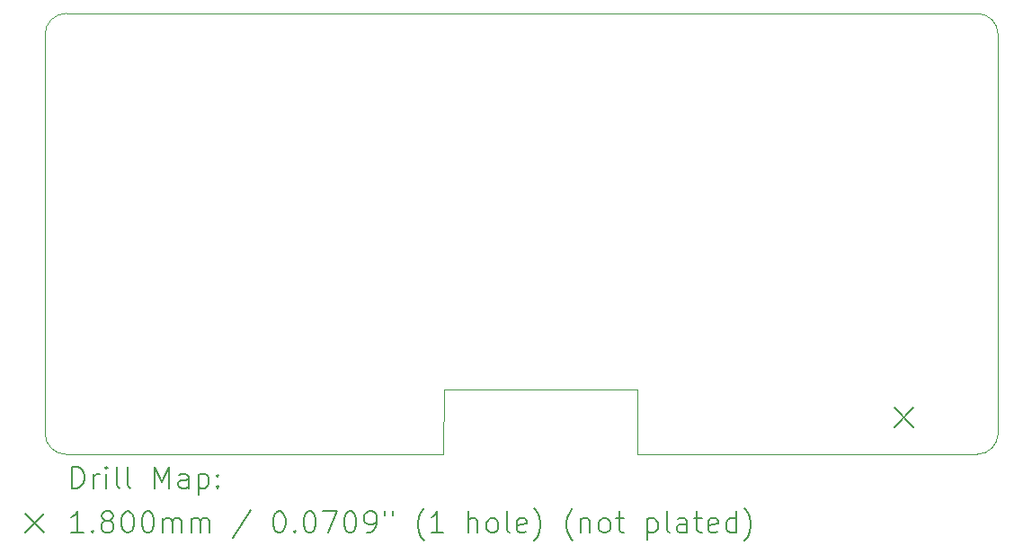
<source format=gbr>
%TF.GenerationSoftware,KiCad,Pcbnew,8.0.2*%
%TF.CreationDate,2024-07-08T12:14:32+08:00*%
%TF.ProjectId,bat_rf,6261745f-7266-42e6-9b69-6361645f7063,rev?*%
%TF.SameCoordinates,Original*%
%TF.FileFunction,Drillmap*%
%TF.FilePolarity,Positive*%
%FSLAX45Y45*%
G04 Gerber Fmt 4.5, Leading zero omitted, Abs format (unit mm)*
G04 Created by KiCad (PCBNEW 8.0.2) date 2024-07-08 12:14:32*
%MOMM*%
%LPD*%
G01*
G04 APERTURE LIST*
%ADD10C,0.100000*%
%ADD11C,0.200000*%
%ADD12C,0.180000*%
G04 APERTURE END LIST*
D10*
X6652000Y-11017500D02*
X10206036Y-11017101D01*
X10207593Y-10408550D02*
X12029022Y-10408343D01*
X15230084Y-6867500D02*
G75*
G02*
X15430090Y-7067500I-4J-200010D01*
G01*
X15430084Y-7067500D02*
X15430084Y-10817500D01*
X15230084Y-11017500D02*
X15142000Y-11017500D01*
X12030088Y-11017662D02*
X15142000Y-11017500D01*
X6452000Y-10817500D02*
X6452000Y-7067500D01*
X6452000Y-7067500D02*
G75*
G02*
X6652000Y-6867500I200000J0D01*
G01*
X6652000Y-6867500D02*
X15142000Y-6867500D01*
X15142000Y-6867500D02*
X15230084Y-6867500D01*
X10206036Y-11017101D02*
X10207593Y-10408550D01*
X6652000Y-11017500D02*
G75*
G02*
X6452000Y-10817500I0J200000D01*
G01*
X12029022Y-10408343D02*
X12030088Y-11017662D01*
X15430084Y-10817500D02*
G75*
G02*
X15230084Y-11017494I-199994J0D01*
G01*
D11*
D12*
X14453000Y-10580000D02*
X14633000Y-10760000D01*
X14633000Y-10580000D02*
X14453000Y-10760000D01*
D11*
X6707777Y-11334146D02*
X6707777Y-11134146D01*
X6707777Y-11134146D02*
X6755396Y-11134146D01*
X6755396Y-11134146D02*
X6783967Y-11143670D01*
X6783967Y-11143670D02*
X6803015Y-11162717D01*
X6803015Y-11162717D02*
X6812538Y-11181765D01*
X6812538Y-11181765D02*
X6822062Y-11219860D01*
X6822062Y-11219860D02*
X6822062Y-11248432D01*
X6822062Y-11248432D02*
X6812538Y-11286527D01*
X6812538Y-11286527D02*
X6803015Y-11305574D01*
X6803015Y-11305574D02*
X6783967Y-11324622D01*
X6783967Y-11324622D02*
X6755396Y-11334146D01*
X6755396Y-11334146D02*
X6707777Y-11334146D01*
X6907777Y-11334146D02*
X6907777Y-11200812D01*
X6907777Y-11238908D02*
X6917300Y-11219860D01*
X6917300Y-11219860D02*
X6926824Y-11210336D01*
X6926824Y-11210336D02*
X6945872Y-11200812D01*
X6945872Y-11200812D02*
X6964919Y-11200812D01*
X7031586Y-11334146D02*
X7031586Y-11200812D01*
X7031586Y-11134146D02*
X7022062Y-11143670D01*
X7022062Y-11143670D02*
X7031586Y-11153194D01*
X7031586Y-11153194D02*
X7041110Y-11143670D01*
X7041110Y-11143670D02*
X7031586Y-11134146D01*
X7031586Y-11134146D02*
X7031586Y-11153194D01*
X7155396Y-11334146D02*
X7136348Y-11324622D01*
X7136348Y-11324622D02*
X7126824Y-11305574D01*
X7126824Y-11305574D02*
X7126824Y-11134146D01*
X7260157Y-11334146D02*
X7241110Y-11324622D01*
X7241110Y-11324622D02*
X7231586Y-11305574D01*
X7231586Y-11305574D02*
X7231586Y-11134146D01*
X7488729Y-11334146D02*
X7488729Y-11134146D01*
X7488729Y-11134146D02*
X7555396Y-11277003D01*
X7555396Y-11277003D02*
X7622062Y-11134146D01*
X7622062Y-11134146D02*
X7622062Y-11334146D01*
X7803015Y-11334146D02*
X7803015Y-11229384D01*
X7803015Y-11229384D02*
X7793491Y-11210336D01*
X7793491Y-11210336D02*
X7774443Y-11200812D01*
X7774443Y-11200812D02*
X7736348Y-11200812D01*
X7736348Y-11200812D02*
X7717300Y-11210336D01*
X7803015Y-11324622D02*
X7783967Y-11334146D01*
X7783967Y-11334146D02*
X7736348Y-11334146D01*
X7736348Y-11334146D02*
X7717300Y-11324622D01*
X7717300Y-11324622D02*
X7707777Y-11305574D01*
X7707777Y-11305574D02*
X7707777Y-11286527D01*
X7707777Y-11286527D02*
X7717300Y-11267479D01*
X7717300Y-11267479D02*
X7736348Y-11257955D01*
X7736348Y-11257955D02*
X7783967Y-11257955D01*
X7783967Y-11257955D02*
X7803015Y-11248432D01*
X7898253Y-11200812D02*
X7898253Y-11400812D01*
X7898253Y-11210336D02*
X7917300Y-11200812D01*
X7917300Y-11200812D02*
X7955396Y-11200812D01*
X7955396Y-11200812D02*
X7974443Y-11210336D01*
X7974443Y-11210336D02*
X7983967Y-11219860D01*
X7983967Y-11219860D02*
X7993491Y-11238908D01*
X7993491Y-11238908D02*
X7993491Y-11296051D01*
X7993491Y-11296051D02*
X7983967Y-11315098D01*
X7983967Y-11315098D02*
X7974443Y-11324622D01*
X7974443Y-11324622D02*
X7955396Y-11334146D01*
X7955396Y-11334146D02*
X7917300Y-11334146D01*
X7917300Y-11334146D02*
X7898253Y-11324622D01*
X8079205Y-11315098D02*
X8088729Y-11324622D01*
X8088729Y-11324622D02*
X8079205Y-11334146D01*
X8079205Y-11334146D02*
X8069681Y-11324622D01*
X8069681Y-11324622D02*
X8079205Y-11315098D01*
X8079205Y-11315098D02*
X8079205Y-11334146D01*
X8079205Y-11210336D02*
X8088729Y-11219860D01*
X8088729Y-11219860D02*
X8079205Y-11229384D01*
X8079205Y-11229384D02*
X8069681Y-11219860D01*
X8069681Y-11219860D02*
X8079205Y-11210336D01*
X8079205Y-11210336D02*
X8079205Y-11229384D01*
D12*
X6267000Y-11572662D02*
X6447000Y-11752662D01*
X6447000Y-11572662D02*
X6267000Y-11752662D01*
D11*
X6812538Y-11754146D02*
X6698253Y-11754146D01*
X6755396Y-11754146D02*
X6755396Y-11554146D01*
X6755396Y-11554146D02*
X6736348Y-11582717D01*
X6736348Y-11582717D02*
X6717300Y-11601765D01*
X6717300Y-11601765D02*
X6698253Y-11611289D01*
X6898253Y-11735098D02*
X6907777Y-11744622D01*
X6907777Y-11744622D02*
X6898253Y-11754146D01*
X6898253Y-11754146D02*
X6888729Y-11744622D01*
X6888729Y-11744622D02*
X6898253Y-11735098D01*
X6898253Y-11735098D02*
X6898253Y-11754146D01*
X7022062Y-11639860D02*
X7003015Y-11630336D01*
X7003015Y-11630336D02*
X6993491Y-11620812D01*
X6993491Y-11620812D02*
X6983967Y-11601765D01*
X6983967Y-11601765D02*
X6983967Y-11592241D01*
X6983967Y-11592241D02*
X6993491Y-11573193D01*
X6993491Y-11573193D02*
X7003015Y-11563670D01*
X7003015Y-11563670D02*
X7022062Y-11554146D01*
X7022062Y-11554146D02*
X7060158Y-11554146D01*
X7060158Y-11554146D02*
X7079205Y-11563670D01*
X7079205Y-11563670D02*
X7088729Y-11573193D01*
X7088729Y-11573193D02*
X7098253Y-11592241D01*
X7098253Y-11592241D02*
X7098253Y-11601765D01*
X7098253Y-11601765D02*
X7088729Y-11620812D01*
X7088729Y-11620812D02*
X7079205Y-11630336D01*
X7079205Y-11630336D02*
X7060158Y-11639860D01*
X7060158Y-11639860D02*
X7022062Y-11639860D01*
X7022062Y-11639860D02*
X7003015Y-11649384D01*
X7003015Y-11649384D02*
X6993491Y-11658908D01*
X6993491Y-11658908D02*
X6983967Y-11677955D01*
X6983967Y-11677955D02*
X6983967Y-11716051D01*
X6983967Y-11716051D02*
X6993491Y-11735098D01*
X6993491Y-11735098D02*
X7003015Y-11744622D01*
X7003015Y-11744622D02*
X7022062Y-11754146D01*
X7022062Y-11754146D02*
X7060158Y-11754146D01*
X7060158Y-11754146D02*
X7079205Y-11744622D01*
X7079205Y-11744622D02*
X7088729Y-11735098D01*
X7088729Y-11735098D02*
X7098253Y-11716051D01*
X7098253Y-11716051D02*
X7098253Y-11677955D01*
X7098253Y-11677955D02*
X7088729Y-11658908D01*
X7088729Y-11658908D02*
X7079205Y-11649384D01*
X7079205Y-11649384D02*
X7060158Y-11639860D01*
X7222062Y-11554146D02*
X7241110Y-11554146D01*
X7241110Y-11554146D02*
X7260158Y-11563670D01*
X7260158Y-11563670D02*
X7269681Y-11573193D01*
X7269681Y-11573193D02*
X7279205Y-11592241D01*
X7279205Y-11592241D02*
X7288729Y-11630336D01*
X7288729Y-11630336D02*
X7288729Y-11677955D01*
X7288729Y-11677955D02*
X7279205Y-11716051D01*
X7279205Y-11716051D02*
X7269681Y-11735098D01*
X7269681Y-11735098D02*
X7260158Y-11744622D01*
X7260158Y-11744622D02*
X7241110Y-11754146D01*
X7241110Y-11754146D02*
X7222062Y-11754146D01*
X7222062Y-11754146D02*
X7203015Y-11744622D01*
X7203015Y-11744622D02*
X7193491Y-11735098D01*
X7193491Y-11735098D02*
X7183967Y-11716051D01*
X7183967Y-11716051D02*
X7174443Y-11677955D01*
X7174443Y-11677955D02*
X7174443Y-11630336D01*
X7174443Y-11630336D02*
X7183967Y-11592241D01*
X7183967Y-11592241D02*
X7193491Y-11573193D01*
X7193491Y-11573193D02*
X7203015Y-11563670D01*
X7203015Y-11563670D02*
X7222062Y-11554146D01*
X7412538Y-11554146D02*
X7431586Y-11554146D01*
X7431586Y-11554146D02*
X7450634Y-11563670D01*
X7450634Y-11563670D02*
X7460158Y-11573193D01*
X7460158Y-11573193D02*
X7469681Y-11592241D01*
X7469681Y-11592241D02*
X7479205Y-11630336D01*
X7479205Y-11630336D02*
X7479205Y-11677955D01*
X7479205Y-11677955D02*
X7469681Y-11716051D01*
X7469681Y-11716051D02*
X7460158Y-11735098D01*
X7460158Y-11735098D02*
X7450634Y-11744622D01*
X7450634Y-11744622D02*
X7431586Y-11754146D01*
X7431586Y-11754146D02*
X7412538Y-11754146D01*
X7412538Y-11754146D02*
X7393491Y-11744622D01*
X7393491Y-11744622D02*
X7383967Y-11735098D01*
X7383967Y-11735098D02*
X7374443Y-11716051D01*
X7374443Y-11716051D02*
X7364919Y-11677955D01*
X7364919Y-11677955D02*
X7364919Y-11630336D01*
X7364919Y-11630336D02*
X7374443Y-11592241D01*
X7374443Y-11592241D02*
X7383967Y-11573193D01*
X7383967Y-11573193D02*
X7393491Y-11563670D01*
X7393491Y-11563670D02*
X7412538Y-11554146D01*
X7564919Y-11754146D02*
X7564919Y-11620812D01*
X7564919Y-11639860D02*
X7574443Y-11630336D01*
X7574443Y-11630336D02*
X7593491Y-11620812D01*
X7593491Y-11620812D02*
X7622062Y-11620812D01*
X7622062Y-11620812D02*
X7641110Y-11630336D01*
X7641110Y-11630336D02*
X7650634Y-11649384D01*
X7650634Y-11649384D02*
X7650634Y-11754146D01*
X7650634Y-11649384D02*
X7660158Y-11630336D01*
X7660158Y-11630336D02*
X7679205Y-11620812D01*
X7679205Y-11620812D02*
X7707777Y-11620812D01*
X7707777Y-11620812D02*
X7726824Y-11630336D01*
X7726824Y-11630336D02*
X7736348Y-11649384D01*
X7736348Y-11649384D02*
X7736348Y-11754146D01*
X7831586Y-11754146D02*
X7831586Y-11620812D01*
X7831586Y-11639860D02*
X7841110Y-11630336D01*
X7841110Y-11630336D02*
X7860158Y-11620812D01*
X7860158Y-11620812D02*
X7888729Y-11620812D01*
X7888729Y-11620812D02*
X7907777Y-11630336D01*
X7907777Y-11630336D02*
X7917300Y-11649384D01*
X7917300Y-11649384D02*
X7917300Y-11754146D01*
X7917300Y-11649384D02*
X7926824Y-11630336D01*
X7926824Y-11630336D02*
X7945872Y-11620812D01*
X7945872Y-11620812D02*
X7974443Y-11620812D01*
X7974443Y-11620812D02*
X7993491Y-11630336D01*
X7993491Y-11630336D02*
X8003015Y-11649384D01*
X8003015Y-11649384D02*
X8003015Y-11754146D01*
X8393491Y-11544622D02*
X8222062Y-11801765D01*
X8650634Y-11554146D02*
X8669682Y-11554146D01*
X8669682Y-11554146D02*
X8688729Y-11563670D01*
X8688729Y-11563670D02*
X8698253Y-11573193D01*
X8698253Y-11573193D02*
X8707777Y-11592241D01*
X8707777Y-11592241D02*
X8717301Y-11630336D01*
X8717301Y-11630336D02*
X8717301Y-11677955D01*
X8717301Y-11677955D02*
X8707777Y-11716051D01*
X8707777Y-11716051D02*
X8698253Y-11735098D01*
X8698253Y-11735098D02*
X8688729Y-11744622D01*
X8688729Y-11744622D02*
X8669682Y-11754146D01*
X8669682Y-11754146D02*
X8650634Y-11754146D01*
X8650634Y-11754146D02*
X8631586Y-11744622D01*
X8631586Y-11744622D02*
X8622063Y-11735098D01*
X8622063Y-11735098D02*
X8612539Y-11716051D01*
X8612539Y-11716051D02*
X8603015Y-11677955D01*
X8603015Y-11677955D02*
X8603015Y-11630336D01*
X8603015Y-11630336D02*
X8612539Y-11592241D01*
X8612539Y-11592241D02*
X8622063Y-11573193D01*
X8622063Y-11573193D02*
X8631586Y-11563670D01*
X8631586Y-11563670D02*
X8650634Y-11554146D01*
X8803015Y-11735098D02*
X8812539Y-11744622D01*
X8812539Y-11744622D02*
X8803015Y-11754146D01*
X8803015Y-11754146D02*
X8793491Y-11744622D01*
X8793491Y-11744622D02*
X8803015Y-11735098D01*
X8803015Y-11735098D02*
X8803015Y-11754146D01*
X8936348Y-11554146D02*
X8955396Y-11554146D01*
X8955396Y-11554146D02*
X8974444Y-11563670D01*
X8974444Y-11563670D02*
X8983967Y-11573193D01*
X8983967Y-11573193D02*
X8993491Y-11592241D01*
X8993491Y-11592241D02*
X9003015Y-11630336D01*
X9003015Y-11630336D02*
X9003015Y-11677955D01*
X9003015Y-11677955D02*
X8993491Y-11716051D01*
X8993491Y-11716051D02*
X8983967Y-11735098D01*
X8983967Y-11735098D02*
X8974444Y-11744622D01*
X8974444Y-11744622D02*
X8955396Y-11754146D01*
X8955396Y-11754146D02*
X8936348Y-11754146D01*
X8936348Y-11754146D02*
X8917301Y-11744622D01*
X8917301Y-11744622D02*
X8907777Y-11735098D01*
X8907777Y-11735098D02*
X8898253Y-11716051D01*
X8898253Y-11716051D02*
X8888729Y-11677955D01*
X8888729Y-11677955D02*
X8888729Y-11630336D01*
X8888729Y-11630336D02*
X8898253Y-11592241D01*
X8898253Y-11592241D02*
X8907777Y-11573193D01*
X8907777Y-11573193D02*
X8917301Y-11563670D01*
X8917301Y-11563670D02*
X8936348Y-11554146D01*
X9069682Y-11554146D02*
X9203015Y-11554146D01*
X9203015Y-11554146D02*
X9117301Y-11754146D01*
X9317301Y-11554146D02*
X9336348Y-11554146D01*
X9336348Y-11554146D02*
X9355396Y-11563670D01*
X9355396Y-11563670D02*
X9364920Y-11573193D01*
X9364920Y-11573193D02*
X9374444Y-11592241D01*
X9374444Y-11592241D02*
X9383967Y-11630336D01*
X9383967Y-11630336D02*
X9383967Y-11677955D01*
X9383967Y-11677955D02*
X9374444Y-11716051D01*
X9374444Y-11716051D02*
X9364920Y-11735098D01*
X9364920Y-11735098D02*
X9355396Y-11744622D01*
X9355396Y-11744622D02*
X9336348Y-11754146D01*
X9336348Y-11754146D02*
X9317301Y-11754146D01*
X9317301Y-11754146D02*
X9298253Y-11744622D01*
X9298253Y-11744622D02*
X9288729Y-11735098D01*
X9288729Y-11735098D02*
X9279205Y-11716051D01*
X9279205Y-11716051D02*
X9269682Y-11677955D01*
X9269682Y-11677955D02*
X9269682Y-11630336D01*
X9269682Y-11630336D02*
X9279205Y-11592241D01*
X9279205Y-11592241D02*
X9288729Y-11573193D01*
X9288729Y-11573193D02*
X9298253Y-11563670D01*
X9298253Y-11563670D02*
X9317301Y-11554146D01*
X9479205Y-11754146D02*
X9517301Y-11754146D01*
X9517301Y-11754146D02*
X9536348Y-11744622D01*
X9536348Y-11744622D02*
X9545872Y-11735098D01*
X9545872Y-11735098D02*
X9564920Y-11706527D01*
X9564920Y-11706527D02*
X9574444Y-11668432D01*
X9574444Y-11668432D02*
X9574444Y-11592241D01*
X9574444Y-11592241D02*
X9564920Y-11573193D01*
X9564920Y-11573193D02*
X9555396Y-11563670D01*
X9555396Y-11563670D02*
X9536348Y-11554146D01*
X9536348Y-11554146D02*
X9498253Y-11554146D01*
X9498253Y-11554146D02*
X9479205Y-11563670D01*
X9479205Y-11563670D02*
X9469682Y-11573193D01*
X9469682Y-11573193D02*
X9460158Y-11592241D01*
X9460158Y-11592241D02*
X9460158Y-11639860D01*
X9460158Y-11639860D02*
X9469682Y-11658908D01*
X9469682Y-11658908D02*
X9479205Y-11668432D01*
X9479205Y-11668432D02*
X9498253Y-11677955D01*
X9498253Y-11677955D02*
X9536348Y-11677955D01*
X9536348Y-11677955D02*
X9555396Y-11668432D01*
X9555396Y-11668432D02*
X9564920Y-11658908D01*
X9564920Y-11658908D02*
X9574444Y-11639860D01*
X9650634Y-11554146D02*
X9650634Y-11592241D01*
X9726825Y-11554146D02*
X9726825Y-11592241D01*
X10022063Y-11830336D02*
X10012539Y-11820812D01*
X10012539Y-11820812D02*
X9993491Y-11792241D01*
X9993491Y-11792241D02*
X9983967Y-11773193D01*
X9983967Y-11773193D02*
X9974444Y-11744622D01*
X9974444Y-11744622D02*
X9964920Y-11697003D01*
X9964920Y-11697003D02*
X9964920Y-11658908D01*
X9964920Y-11658908D02*
X9974444Y-11611289D01*
X9974444Y-11611289D02*
X9983967Y-11582717D01*
X9983967Y-11582717D02*
X9993491Y-11563670D01*
X9993491Y-11563670D02*
X10012539Y-11535098D01*
X10012539Y-11535098D02*
X10022063Y-11525574D01*
X10203015Y-11754146D02*
X10088729Y-11754146D01*
X10145872Y-11754146D02*
X10145872Y-11554146D01*
X10145872Y-11554146D02*
X10126825Y-11582717D01*
X10126825Y-11582717D02*
X10107777Y-11601765D01*
X10107777Y-11601765D02*
X10088729Y-11611289D01*
X10441110Y-11754146D02*
X10441110Y-11554146D01*
X10526825Y-11754146D02*
X10526825Y-11649384D01*
X10526825Y-11649384D02*
X10517301Y-11630336D01*
X10517301Y-11630336D02*
X10498253Y-11620812D01*
X10498253Y-11620812D02*
X10469682Y-11620812D01*
X10469682Y-11620812D02*
X10450634Y-11630336D01*
X10450634Y-11630336D02*
X10441110Y-11639860D01*
X10650634Y-11754146D02*
X10631587Y-11744622D01*
X10631587Y-11744622D02*
X10622063Y-11735098D01*
X10622063Y-11735098D02*
X10612539Y-11716051D01*
X10612539Y-11716051D02*
X10612539Y-11658908D01*
X10612539Y-11658908D02*
X10622063Y-11639860D01*
X10622063Y-11639860D02*
X10631587Y-11630336D01*
X10631587Y-11630336D02*
X10650634Y-11620812D01*
X10650634Y-11620812D02*
X10679206Y-11620812D01*
X10679206Y-11620812D02*
X10698253Y-11630336D01*
X10698253Y-11630336D02*
X10707777Y-11639860D01*
X10707777Y-11639860D02*
X10717301Y-11658908D01*
X10717301Y-11658908D02*
X10717301Y-11716051D01*
X10717301Y-11716051D02*
X10707777Y-11735098D01*
X10707777Y-11735098D02*
X10698253Y-11744622D01*
X10698253Y-11744622D02*
X10679206Y-11754146D01*
X10679206Y-11754146D02*
X10650634Y-11754146D01*
X10831587Y-11754146D02*
X10812539Y-11744622D01*
X10812539Y-11744622D02*
X10803015Y-11725574D01*
X10803015Y-11725574D02*
X10803015Y-11554146D01*
X10983968Y-11744622D02*
X10964920Y-11754146D01*
X10964920Y-11754146D02*
X10926825Y-11754146D01*
X10926825Y-11754146D02*
X10907777Y-11744622D01*
X10907777Y-11744622D02*
X10898253Y-11725574D01*
X10898253Y-11725574D02*
X10898253Y-11649384D01*
X10898253Y-11649384D02*
X10907777Y-11630336D01*
X10907777Y-11630336D02*
X10926825Y-11620812D01*
X10926825Y-11620812D02*
X10964920Y-11620812D01*
X10964920Y-11620812D02*
X10983968Y-11630336D01*
X10983968Y-11630336D02*
X10993491Y-11649384D01*
X10993491Y-11649384D02*
X10993491Y-11668432D01*
X10993491Y-11668432D02*
X10898253Y-11687479D01*
X11060158Y-11830336D02*
X11069682Y-11820812D01*
X11069682Y-11820812D02*
X11088729Y-11792241D01*
X11088729Y-11792241D02*
X11098253Y-11773193D01*
X11098253Y-11773193D02*
X11107777Y-11744622D01*
X11107777Y-11744622D02*
X11117301Y-11697003D01*
X11117301Y-11697003D02*
X11117301Y-11658908D01*
X11117301Y-11658908D02*
X11107777Y-11611289D01*
X11107777Y-11611289D02*
X11098253Y-11582717D01*
X11098253Y-11582717D02*
X11088729Y-11563670D01*
X11088729Y-11563670D02*
X11069682Y-11535098D01*
X11069682Y-11535098D02*
X11060158Y-11525574D01*
X11422063Y-11830336D02*
X11412539Y-11820812D01*
X11412539Y-11820812D02*
X11393491Y-11792241D01*
X11393491Y-11792241D02*
X11383967Y-11773193D01*
X11383967Y-11773193D02*
X11374444Y-11744622D01*
X11374444Y-11744622D02*
X11364920Y-11697003D01*
X11364920Y-11697003D02*
X11364920Y-11658908D01*
X11364920Y-11658908D02*
X11374444Y-11611289D01*
X11374444Y-11611289D02*
X11383967Y-11582717D01*
X11383967Y-11582717D02*
X11393491Y-11563670D01*
X11393491Y-11563670D02*
X11412539Y-11535098D01*
X11412539Y-11535098D02*
X11422063Y-11525574D01*
X11498253Y-11620812D02*
X11498253Y-11754146D01*
X11498253Y-11639860D02*
X11507777Y-11630336D01*
X11507777Y-11630336D02*
X11526825Y-11620812D01*
X11526825Y-11620812D02*
X11555396Y-11620812D01*
X11555396Y-11620812D02*
X11574444Y-11630336D01*
X11574444Y-11630336D02*
X11583967Y-11649384D01*
X11583967Y-11649384D02*
X11583967Y-11754146D01*
X11707777Y-11754146D02*
X11688729Y-11744622D01*
X11688729Y-11744622D02*
X11679206Y-11735098D01*
X11679206Y-11735098D02*
X11669682Y-11716051D01*
X11669682Y-11716051D02*
X11669682Y-11658908D01*
X11669682Y-11658908D02*
X11679206Y-11639860D01*
X11679206Y-11639860D02*
X11688729Y-11630336D01*
X11688729Y-11630336D02*
X11707777Y-11620812D01*
X11707777Y-11620812D02*
X11736348Y-11620812D01*
X11736348Y-11620812D02*
X11755396Y-11630336D01*
X11755396Y-11630336D02*
X11764920Y-11639860D01*
X11764920Y-11639860D02*
X11774444Y-11658908D01*
X11774444Y-11658908D02*
X11774444Y-11716051D01*
X11774444Y-11716051D02*
X11764920Y-11735098D01*
X11764920Y-11735098D02*
X11755396Y-11744622D01*
X11755396Y-11744622D02*
X11736348Y-11754146D01*
X11736348Y-11754146D02*
X11707777Y-11754146D01*
X11831587Y-11620812D02*
X11907777Y-11620812D01*
X11860158Y-11554146D02*
X11860158Y-11725574D01*
X11860158Y-11725574D02*
X11869682Y-11744622D01*
X11869682Y-11744622D02*
X11888729Y-11754146D01*
X11888729Y-11754146D02*
X11907777Y-11754146D01*
X12126825Y-11620812D02*
X12126825Y-11820812D01*
X12126825Y-11630336D02*
X12145872Y-11620812D01*
X12145872Y-11620812D02*
X12183968Y-11620812D01*
X12183968Y-11620812D02*
X12203015Y-11630336D01*
X12203015Y-11630336D02*
X12212539Y-11639860D01*
X12212539Y-11639860D02*
X12222063Y-11658908D01*
X12222063Y-11658908D02*
X12222063Y-11716051D01*
X12222063Y-11716051D02*
X12212539Y-11735098D01*
X12212539Y-11735098D02*
X12203015Y-11744622D01*
X12203015Y-11744622D02*
X12183968Y-11754146D01*
X12183968Y-11754146D02*
X12145872Y-11754146D01*
X12145872Y-11754146D02*
X12126825Y-11744622D01*
X12336348Y-11754146D02*
X12317301Y-11744622D01*
X12317301Y-11744622D02*
X12307777Y-11725574D01*
X12307777Y-11725574D02*
X12307777Y-11554146D01*
X12498253Y-11754146D02*
X12498253Y-11649384D01*
X12498253Y-11649384D02*
X12488729Y-11630336D01*
X12488729Y-11630336D02*
X12469682Y-11620812D01*
X12469682Y-11620812D02*
X12431587Y-11620812D01*
X12431587Y-11620812D02*
X12412539Y-11630336D01*
X12498253Y-11744622D02*
X12479206Y-11754146D01*
X12479206Y-11754146D02*
X12431587Y-11754146D01*
X12431587Y-11754146D02*
X12412539Y-11744622D01*
X12412539Y-11744622D02*
X12403015Y-11725574D01*
X12403015Y-11725574D02*
X12403015Y-11706527D01*
X12403015Y-11706527D02*
X12412539Y-11687479D01*
X12412539Y-11687479D02*
X12431587Y-11677955D01*
X12431587Y-11677955D02*
X12479206Y-11677955D01*
X12479206Y-11677955D02*
X12498253Y-11668432D01*
X12564920Y-11620812D02*
X12641110Y-11620812D01*
X12593491Y-11554146D02*
X12593491Y-11725574D01*
X12593491Y-11725574D02*
X12603015Y-11744622D01*
X12603015Y-11744622D02*
X12622063Y-11754146D01*
X12622063Y-11754146D02*
X12641110Y-11754146D01*
X12783968Y-11744622D02*
X12764920Y-11754146D01*
X12764920Y-11754146D02*
X12726825Y-11754146D01*
X12726825Y-11754146D02*
X12707777Y-11744622D01*
X12707777Y-11744622D02*
X12698253Y-11725574D01*
X12698253Y-11725574D02*
X12698253Y-11649384D01*
X12698253Y-11649384D02*
X12707777Y-11630336D01*
X12707777Y-11630336D02*
X12726825Y-11620812D01*
X12726825Y-11620812D02*
X12764920Y-11620812D01*
X12764920Y-11620812D02*
X12783968Y-11630336D01*
X12783968Y-11630336D02*
X12793491Y-11649384D01*
X12793491Y-11649384D02*
X12793491Y-11668432D01*
X12793491Y-11668432D02*
X12698253Y-11687479D01*
X12964920Y-11754146D02*
X12964920Y-11554146D01*
X12964920Y-11744622D02*
X12945872Y-11754146D01*
X12945872Y-11754146D02*
X12907777Y-11754146D01*
X12907777Y-11754146D02*
X12888729Y-11744622D01*
X12888729Y-11744622D02*
X12879206Y-11735098D01*
X12879206Y-11735098D02*
X12869682Y-11716051D01*
X12869682Y-11716051D02*
X12869682Y-11658908D01*
X12869682Y-11658908D02*
X12879206Y-11639860D01*
X12879206Y-11639860D02*
X12888729Y-11630336D01*
X12888729Y-11630336D02*
X12907777Y-11620812D01*
X12907777Y-11620812D02*
X12945872Y-11620812D01*
X12945872Y-11620812D02*
X12964920Y-11630336D01*
X13041110Y-11830336D02*
X13050634Y-11820812D01*
X13050634Y-11820812D02*
X13069682Y-11792241D01*
X13069682Y-11792241D02*
X13079206Y-11773193D01*
X13079206Y-11773193D02*
X13088729Y-11744622D01*
X13088729Y-11744622D02*
X13098253Y-11697003D01*
X13098253Y-11697003D02*
X13098253Y-11658908D01*
X13098253Y-11658908D02*
X13088729Y-11611289D01*
X13088729Y-11611289D02*
X13079206Y-11582717D01*
X13079206Y-11582717D02*
X13069682Y-11563670D01*
X13069682Y-11563670D02*
X13050634Y-11535098D01*
X13050634Y-11535098D02*
X13041110Y-11525574D01*
M02*

</source>
